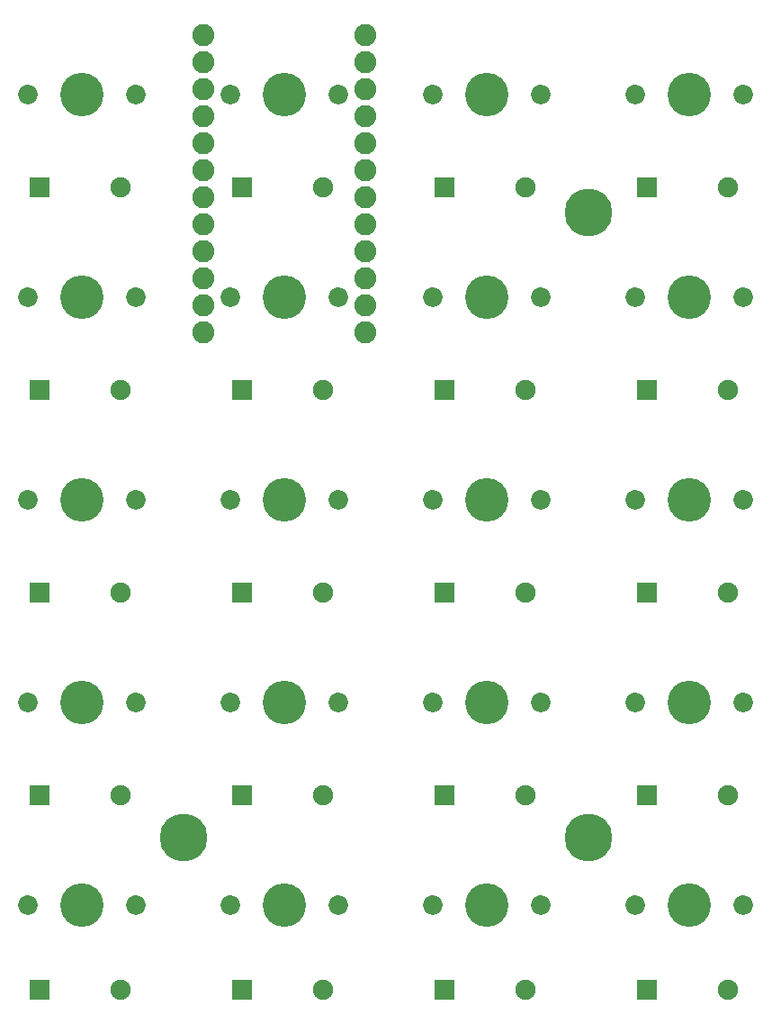
<source format=gts>
%TF.GenerationSoftware,KiCad,Pcbnew,(5.1.6)-1*%
%TF.CreationDate,2020-11-13T18:30:54-06:00*%
%TF.ProjectId,macropad_4x5,6d616372-6f70-4616-945f-3478352e6b69,v1.3*%
%TF.SameCoordinates,Original*%
%TF.FileFunction,Soldermask,Top*%
%TF.FilePolarity,Negative*%
%FSLAX46Y46*%
G04 Gerber Fmt 4.6, Leading zero omitted, Abs format (unit mm)*
G04 Created by KiCad (PCBNEW (5.1.6)-1) date 2020-11-13 18:30:54*
%MOMM*%
%LPD*%
G01*
G04 APERTURE LIST*
%ADD10C,0.800000*%
%ADD11C,4.500000*%
%ADD12C,1.850000*%
%ADD13C,4.087800*%
%ADD14O,1.900000X1.900000*%
%ADD15R,1.900000X1.900000*%
%ADD16C,2.082800*%
G04 APERTURE END LIST*
D10*
%TO.C,REF\u002A\u002A*%
X58316726Y-100433274D03*
X57150000Y-99950000D03*
X55983274Y-100433274D03*
X55500000Y-101600000D03*
X55983274Y-102766726D03*
X57150000Y-103250000D03*
X58316726Y-102766726D03*
X58800000Y-101600000D03*
D11*
X57150000Y-101600000D03*
%TD*%
%TO.C,REF\u002A\u002A*%
X95250000Y-101600000D03*
D10*
X96900000Y-101600000D03*
X96416726Y-102766726D03*
X95250000Y-103250000D03*
X94083274Y-102766726D03*
X93600000Y-101600000D03*
X94083274Y-100433274D03*
X95250000Y-99950000D03*
X96416726Y-100433274D03*
%TD*%
%TO.C,REF\u002A\u002A*%
X96416726Y-41695774D03*
X95250000Y-41212500D03*
X94083274Y-41695774D03*
X93600000Y-42862500D03*
X94083274Y-44029226D03*
X95250000Y-44512500D03*
X96416726Y-44029226D03*
X96900000Y-42862500D03*
D11*
X95250000Y-42862500D03*
%TD*%
D12*
%TO.C,MX3*%
X90805000Y-31750000D03*
X80645000Y-31750000D03*
D13*
X85725000Y-31750000D03*
%TD*%
D14*
%TO.C,D20*%
X108426250Y-115887500D03*
D15*
X100806250Y-115887500D03*
%TD*%
D14*
%TO.C,D19*%
X89376250Y-115887500D03*
D15*
X81756250Y-115887500D03*
%TD*%
D14*
%TO.C,D18*%
X70326250Y-115887500D03*
D15*
X62706250Y-115887500D03*
%TD*%
%TO.C,D17*%
X43656250Y-115887500D03*
D14*
X51276250Y-115887500D03*
%TD*%
%TO.C,D16*%
X108426250Y-97631250D03*
D15*
X100806250Y-97631250D03*
%TD*%
D14*
%TO.C,D15*%
X89376250Y-97631250D03*
D15*
X81756250Y-97631250D03*
%TD*%
D14*
%TO.C,D14*%
X70326250Y-97631250D03*
D15*
X62706250Y-97631250D03*
%TD*%
D14*
%TO.C,D13*%
X51276250Y-97631250D03*
D15*
X43656250Y-97631250D03*
%TD*%
D14*
%TO.C,D12*%
X108426250Y-78581250D03*
D15*
X100806250Y-78581250D03*
%TD*%
D14*
%TO.C,D11*%
X89376250Y-78581250D03*
D15*
X81756250Y-78581250D03*
%TD*%
D14*
%TO.C,D10*%
X70326250Y-78581250D03*
D15*
X62706250Y-78581250D03*
%TD*%
D14*
%TO.C,D9*%
X51276250Y-78581250D03*
D15*
X43656250Y-78581250D03*
%TD*%
D14*
%TO.C,D8*%
X108426250Y-59531250D03*
D15*
X100806250Y-59531250D03*
%TD*%
D14*
%TO.C,D7*%
X89376250Y-59531250D03*
D15*
X81756250Y-59531250D03*
%TD*%
D14*
%TO.C,D6*%
X70326250Y-59531250D03*
D15*
X62706250Y-59531250D03*
%TD*%
D14*
%TO.C,D5*%
X51276250Y-59531250D03*
D15*
X43656250Y-59531250D03*
%TD*%
D14*
%TO.C,D4*%
X108426250Y-40481250D03*
D15*
X100806250Y-40481250D03*
%TD*%
D14*
%TO.C,D3*%
X89376250Y-40481250D03*
D15*
X81756250Y-40481250D03*
%TD*%
D14*
%TO.C,D2*%
X70326250Y-40481250D03*
D15*
X62706250Y-40481250D03*
%TD*%
D14*
%TO.C,D1*%
X51276250Y-40481250D03*
D15*
X43656250Y-40481250D03*
%TD*%
D12*
%TO.C,MX20*%
X109855000Y-107950000D03*
X99695000Y-107950000D03*
D13*
X104775000Y-107950000D03*
%TD*%
D12*
%TO.C,MX19*%
X90805000Y-107950000D03*
X80645000Y-107950000D03*
D13*
X85725000Y-107950000D03*
%TD*%
D12*
%TO.C,MX18*%
X71755000Y-107950000D03*
X61595000Y-107950000D03*
D13*
X66675000Y-107950000D03*
%TD*%
D12*
%TO.C,MX17*%
X52705000Y-107950000D03*
X42545000Y-107950000D03*
D13*
X47625000Y-107950000D03*
%TD*%
D12*
%TO.C,MX16*%
X109855000Y-88900000D03*
X99695000Y-88900000D03*
D13*
X104775000Y-88900000D03*
%TD*%
D12*
%TO.C,MX15*%
X90805000Y-88900000D03*
X80645000Y-88900000D03*
D13*
X85725000Y-88900000D03*
%TD*%
D12*
%TO.C,MX14*%
X71755000Y-88900000D03*
X61595000Y-88900000D03*
D13*
X66675000Y-88900000D03*
%TD*%
D12*
%TO.C,MX13*%
X52705000Y-88900000D03*
X42545000Y-88900000D03*
D13*
X47625000Y-88900000D03*
%TD*%
D12*
%TO.C,MX12*%
X109855000Y-69850000D03*
X99695000Y-69850000D03*
D13*
X104775000Y-69850000D03*
%TD*%
D12*
%TO.C,MX11*%
X90805000Y-69850000D03*
X80645000Y-69850000D03*
D13*
X85725000Y-69850000D03*
%TD*%
D12*
%TO.C,MX10*%
X71755000Y-69850000D03*
X61595000Y-69850000D03*
D13*
X66675000Y-69850000D03*
%TD*%
D12*
%TO.C,MX9*%
X52705000Y-69850000D03*
X42545000Y-69850000D03*
D13*
X47625000Y-69850000D03*
%TD*%
D12*
%TO.C,MX8*%
X109855000Y-50800000D03*
X99695000Y-50800000D03*
D13*
X104775000Y-50800000D03*
%TD*%
D12*
%TO.C,MX7*%
X90805000Y-50800000D03*
X80645000Y-50800000D03*
D13*
X85725000Y-50800000D03*
%TD*%
D12*
%TO.C,MX6*%
X71755000Y-50800000D03*
X61595000Y-50800000D03*
D13*
X66675000Y-50800000D03*
%TD*%
D12*
%TO.C,MX5*%
X52705000Y-50800000D03*
X42545000Y-50800000D03*
D13*
X47625000Y-50800000D03*
%TD*%
D12*
%TO.C,MX4*%
X109855000Y-31750000D03*
X99695000Y-31750000D03*
D13*
X104775000Y-31750000D03*
%TD*%
D12*
%TO.C,MX2*%
X71755000Y-31750000D03*
X61595000Y-31750000D03*
D13*
X66675000Y-31750000D03*
%TD*%
D12*
%TO.C,MX1*%
X52705000Y-31750000D03*
X42545000Y-31750000D03*
D13*
X47625000Y-31750000D03*
%TD*%
D16*
%TO.C,B1*%
X59055000Y-26193750D03*
X59055000Y-28733750D03*
X59055000Y-31273750D03*
X59055000Y-33813750D03*
X59055000Y-36353750D03*
X59055000Y-38893750D03*
X59055000Y-41433750D03*
X59055000Y-43973750D03*
X59055000Y-46513750D03*
X59055000Y-49053750D03*
X59055000Y-51593750D03*
X59055000Y-54133750D03*
X74295000Y-54133750D03*
X74295000Y-51593750D03*
X74295000Y-49053750D03*
X74295000Y-46513750D03*
X74295000Y-43973750D03*
X74295000Y-41433750D03*
X74295000Y-38893750D03*
X74295000Y-36353750D03*
X74295000Y-33813750D03*
X74295000Y-31273750D03*
X74295000Y-28733750D03*
X74295000Y-26193750D03*
%TD*%
M02*

</source>
